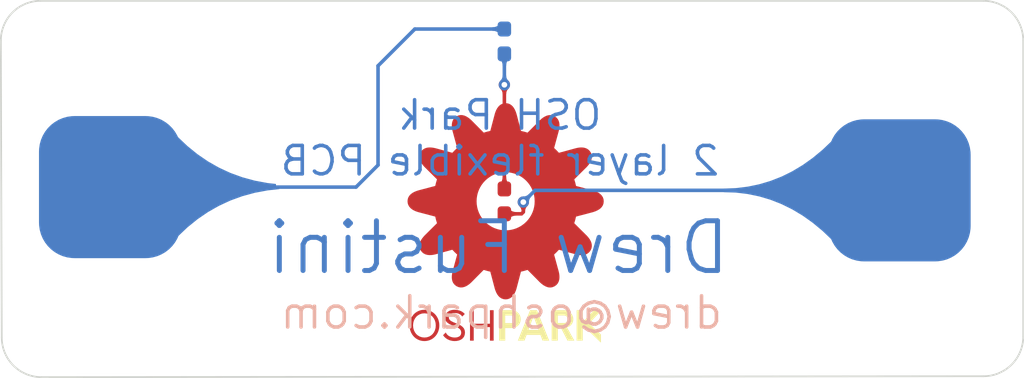
<source format=kicad_pcb>
(kicad_pcb (version 20171130) (host pcbnew 5.1.5-52549c5~84~ubuntu19.04.1)

  (general
    (thickness 1.6)
    (drawings 12)
    (tracks 15)
    (zones 0)
    (modules 5)
    (nets 4)
  )

  (page A4)
  (layers
    (0 F.Cu signal)
    (31 B.Cu signal)
    (32 B.Adhes user)
    (33 F.Adhes user)
    (34 B.Paste user)
    (35 F.Paste user)
    (36 B.SilkS user)
    (37 F.SilkS user)
    (38 B.Mask user hide)
    (39 F.Mask user)
    (40 Dwgs.User user)
    (41 Cmts.User user)
    (42 Eco1.User user)
    (43 Eco2.User user)
    (44 Edge.Cuts user)
    (45 Margin user)
    (46 B.CrtYd user)
    (47 F.CrtYd user)
    (48 B.Fab user)
    (49 F.Fab user)
  )

  (setup
    (last_trace_width 0.25)
    (trace_clearance 0.2)
    (zone_clearance 0.508)
    (zone_45_only no)
    (trace_min 0.2)
    (via_size 0.8)
    (via_drill 0.4)
    (via_min_size 0.4)
    (via_min_drill 0.3)
    (uvia_size 0.3)
    (uvia_drill 0.1)
    (uvias_allowed no)
    (uvia_min_size 0.2)
    (uvia_min_drill 0.1)
    (edge_width 0.05)
    (segment_width 0.2)
    (pcb_text_width 0.3)
    (pcb_text_size 1.5 1.5)
    (mod_edge_width 0.12)
    (mod_text_size 1 1)
    (mod_text_width 0.15)
    (pad_size 1.524 1.524)
    (pad_drill 0.762)
    (pad_to_mask_clearance 0.051)
    (solder_mask_min_width 0.25)
    (aux_axis_origin 0 0)
    (visible_elements FFFFFF7F)
    (pcbplotparams
      (layerselection 0x010fc_ffffffff)
      (usegerberextensions false)
      (usegerberattributes false)
      (usegerberadvancedattributes false)
      (creategerberjobfile false)
      (excludeedgelayer true)
      (linewidth 0.100000)
      (plotframeref false)
      (viasonmask false)
      (mode 1)
      (useauxorigin false)
      (hpglpennumber 1)
      (hpglpenspeed 20)
      (hpglpendiameter 15.000000)
      (psnegative false)
      (psa4output false)
      (plotreference true)
      (plotvalue true)
      (plotinvisibletext false)
      (padsonsilk false)
      (subtractmaskfromsilk false)
      (outputformat 1)
      (mirror false)
      (drillshape 1)
      (scaleselection 1)
      (outputdirectory ""))
  )

  (net 0 "")
  (net 1 GND)
  (net 2 "Net-(D1-Pad2)")
  (net 3 +3V3)

  (net_class Default "This is the default net class."
    (clearance 0.2)
    (trace_width 0.25)
    (via_dia 0.8)
    (via_drill 0.4)
    (uvia_dia 0.3)
    (uvia_drill 0.1)
    (add_net +3V3)
    (add_net GND)
    (add_net "Net-(D1-Pad2)")
  )

  (module touch:TestPoint_Pad_4.0x4.0mm (layer B.Cu) (tedit 5DF7CA08) (tstamp 5DF409A2)
    (at 181.2925 53.975)
    (descr "SMD rectangular pad as test Point, square 4.0mm side length")
    (tags "test point SMD pad rectangle square")
    (path /5DF4886B)
    (attr virtual)
    (fp_text reference J2 (at 0 2.898) (layer B.SilkS) hide
      (effects (font (size 1 1) (thickness 0.15)) (justify mirror))
    )
    (fp_text value Conn_01x01_Female (at 0 -3.1) (layer B.Fab)
      (effects (font (size 1 1) (thickness 0.15)) (justify mirror))
    )
    (fp_text user %R (at 0 2.9) (layer B.Fab)
      (effects (font (size 1 1) (thickness 0.15)) (justify mirror))
    )
    (fp_line (start -2.5 2.5) (end 2.5 2.5) (layer B.CrtYd) (width 0.05))
    (fp_line (start -2.5 2.5) (end -2.5 -2.5) (layer B.CrtYd) (width 0.05))
    (fp_line (start 2.5 -2.5) (end 2.5 2.5) (layer B.CrtYd) (width 0.05))
    (fp_line (start 2.5 -2.5) (end -2.5 -2.5) (layer B.CrtYd) (width 0.05))
    (pad 1 smd roundrect (at 0 0) (size 10 10) (layers B.Cu B.Mask) (roundrect_rratio 0.25)
      (net 1 GND))
  )

  (module touch:TestPoint_Pad_4.0x4.0mm (layer B.Cu) (tedit 5DF7C9E5) (tstamp 5DF40995)
    (at 125.73 53.7464)
    (descr "SMD rectangular pad as test Point, square 4.0mm side length")
    (tags "test point SMD pad rectangle square")
    (path /5DF48217)
    (attr virtual)
    (fp_text reference J1 (at 0 2.898) (layer B.SilkS) hide
      (effects (font (size 1 1) (thickness 0.15)) (justify mirror))
    )
    (fp_text value Conn_01x01_Female (at 0 -3.1) (layer B.Fab)
      (effects (font (size 1 1) (thickness 0.15)) (justify mirror))
    )
    (fp_line (start 2.5 -2.5) (end -2.5 -2.5) (layer B.CrtYd) (width 0.05))
    (fp_line (start 2.5 -2.5) (end 2.5 2.5) (layer B.CrtYd) (width 0.05))
    (fp_line (start -2.5 2.5) (end -2.5 -2.5) (layer B.CrtYd) (width 0.05))
    (fp_line (start -2.5 2.5) (end 2.5 2.5) (layer B.CrtYd) (width 0.05))
    (fp_text user %R (at 0 2.9) (layer B.Fab)
      (effects (font (size 1 1) (thickness 0.15)) (justify mirror))
    )
    (pad 1 smd roundrect (at 0 0) (size 10 10) (layers B.Cu B.Mask) (roundrect_rratio 0.25)
      (net 3 +3V3))
  )

  (module Resistor_SMD:R_0603_1608Metric_Pad1.05x0.95mm_HandSolder (layer B.Cu) (tedit 5DF7C9BB) (tstamp 5DF3FEFD)
    (at 153.4795 43.4975 90)
    (descr "Resistor SMD 0603 (1608 Metric), square (rectangular) end terminal, IPC_7351 nominal with elongated pad for handsoldering. (Body size source: http://www.tortai-tech.com/upload/download/2011102023233369053.pdf), generated with kicad-footprint-generator")
    (tags "resistor handsolder")
    (path /5DF4085C)
    (attr smd)
    (fp_text reference R1 (at 0 1.43 270) (layer B.SilkS) hide
      (effects (font (size 1 1) (thickness 0.15)) (justify mirror))
    )
    (fp_text value R (at 0 -1.43 270) (layer B.Fab)
      (effects (font (size 1 1) (thickness 0.15)) (justify mirror))
    )
    (fp_line (start -0.8 -0.4) (end -0.8 0.4) (layer B.Fab) (width 0.1))
    (fp_line (start -0.8 0.4) (end 0.8 0.4) (layer B.Fab) (width 0.1))
    (fp_line (start 0.8 0.4) (end 0.8 -0.4) (layer B.Fab) (width 0.1))
    (fp_line (start 0.8 -0.4) (end -0.8 -0.4) (layer B.Fab) (width 0.1))
    (fp_line (start -1.65 -0.73) (end -1.65 0.73) (layer B.CrtYd) (width 0.05))
    (fp_line (start -1.65 0.73) (end 1.65 0.73) (layer B.CrtYd) (width 0.05))
    (fp_line (start 1.65 0.73) (end 1.65 -0.73) (layer B.CrtYd) (width 0.05))
    (fp_line (start 1.65 -0.73) (end -1.65 -0.73) (layer B.CrtYd) (width 0.05))
    (fp_text user %R (at 0 0 270) (layer B.Fab) hide
      (effects (font (size 0.4 0.4) (thickness 0.06)) (justify mirror))
    )
    (pad 1 smd roundrect (at -0.875 0 90) (size 1.05 0.95) (layers B.Cu B.Paste B.Mask) (roundrect_rratio 0.25)
      (net 2 "Net-(D1-Pad2)"))
    (pad 2 smd roundrect (at 0.875 0 90) (size 1.05 0.95) (layers B.Cu B.Paste B.Mask) (roundrect_rratio 0.25)
      (net 3 +3V3))
    (model ${KISYS3DMOD}/Resistor_SMD.3dshapes/R_0603_1608Metric.wrl
      (at (xyz 0 0 0))
      (scale (xyz 1 1 1))
      (rotate (xyz 0 0 0))
    )
  )

  (module LED_SMD:LED_0603_1608Metric_Pad1.05x0.95mm_HandSolder (layer F.Cu) (tedit 5DF7C974) (tstamp 5DF3FC46)
    (at 153.4795 54.751 90)
    (descr "LED SMD 0603 (1608 Metric), square (rectangular) end terminal, IPC_7351 nominal, (Body size source: http://www.tortai-tech.com/upload/download/2011102023233369053.pdf), generated with kicad-footprint-generator")
    (tags "LED handsolder")
    (path /5DF40B3F)
    (attr smd)
    (fp_text reference D1 (at 0.014 -1.43 90) (layer F.SilkS) hide
      (effects (font (size 1 1) (thickness 0.15)))
    )
    (fp_text value LED (at 0 1.43 90) (layer F.Fab) hide
      (effects (font (size 1 1) (thickness 0.15)))
    )
    (fp_line (start 0.8 -0.4) (end -0.5 -0.4) (layer F.Fab) (width 0.1))
    (fp_line (start -0.5 -0.4) (end -0.8 -0.1) (layer F.Fab) (width 0.1))
    (fp_line (start -0.8 -0.1) (end -0.8 0.4) (layer F.Fab) (width 0.1))
    (fp_line (start -0.8 0.4) (end 0.8 0.4) (layer F.Fab) (width 0.1))
    (fp_line (start 0.8 0.4) (end 0.8 -0.4) (layer F.Fab) (width 0.1))
    (fp_line (start -1.65 0.73) (end -1.65 -0.73) (layer F.CrtYd) (width 0.05))
    (fp_line (start -1.65 -0.73) (end 1.65 -0.73) (layer F.CrtYd) (width 0.05))
    (fp_line (start 1.65 -0.73) (end 1.65 0.73) (layer F.CrtYd) (width 0.05))
    (fp_line (start 1.65 0.73) (end -1.65 0.73) (layer F.CrtYd) (width 0.05))
    (pad 1 smd roundrect (at -0.875 0 90) (size 1.05 0.95) (layers F.Cu F.Paste F.Mask) (roundrect_rratio 0.25)
      (net 1 GND))
    (pad 2 smd roundrect (at 0.875 0 90) (size 1.05 0.95) (layers F.Cu F.Paste F.Mask) (roundrect_rratio 0.25)
      (net 2 "Net-(D1-Pad2)"))
    (model ${KISYS3DMOD}/LED_SMD.3dshapes/LED_0603_1608Metric.wrl
      (at (xyz 0 0 0))
      (scale (xyz 1 1 1))
      (rotate (xyz 0 0 0))
    )
  )

  (module afterdark:OSH_small_copper-mask (layer F.Cu) (tedit 5DF3FF89) (tstamp 5DF45F50)
    (at 153.5684 56.2864)
    (descr "Imported from OSHPARK.svg")
    (tags svg2mod)
    (attr smd)
    (fp_text reference OSH_small (at 0 -11.457835) (layer F.Cu) hide
      (effects (font (size 1.524 1.524) (thickness 0.3048)))
    )
    (fp_text value G*** (at 0 11.457835) (layer F.Cu) hide
      (effects (font (size 1.524 1.524) (thickness 0.3048)))
    )
    (fp_poly (pts (xy -5.71389 8.295375) (xy -5.71389 8.046425) (xy -5.88469 8.029425) (xy -6.03947 7.980425)
      (xy -6.17614 7.902625) (xy -6.29262 7.799265) (xy -6.38682 7.673515) (xy -6.45672 7.528545)
      (xy -6.50022 7.367545) (xy -6.51512 7.193705) (xy -6.50022 7.019865) (xy -6.45672 6.858865)
      (xy -6.38682 6.713895) (xy -6.29262 6.588145) (xy -6.17614 6.484785) (xy -6.03947 6.406985)
      (xy -5.88469 6.357985) (xy -5.71389 6.340985) (xy -5.54238 6.357985) (xy -5.38754 6.406985)
      (xy -5.25128 6.484785) (xy -5.13551 6.588145) (xy -5.04211 6.713895) (xy -4.97301 6.858865)
      (xy -4.93021 7.019865) (xy -4.91551 7.193705) (xy -4.93021 7.367545) (xy -4.97301 7.528545)
      (xy -5.04211 7.673515) (xy -5.13551 7.799265) (xy -5.25128 7.902625) (xy -5.38754 7.980425)
      (xy -5.54238 8.029425) (xy -5.71389 8.046425) (xy -5.71389 8.295375) (xy -5.60215 8.289375)
      (xy -5.49471 8.272675) (xy -5.39197 8.245575) (xy -5.29437 8.208575) (xy -5.20217 8.162275)
      (xy -5.11587 8.107175) (xy -5.03597 8.043775) (xy -4.96277 7.972775) (xy -4.89667 7.894575)
      (xy -4.83807 7.809775) (xy -4.78737 7.718975) (xy -4.74497 7.622675) (xy -4.71127 7.521405)
      (xy -4.68667 7.415745) (xy -4.67167 7.306225) (xy -4.66667 7.193415) (xy -4.67167 7.080595)
      (xy -4.68667 6.971085) (xy -4.71127 6.865415) (xy -4.74497 6.764145) (xy -4.78737 6.667845)
      (xy -4.83807 6.577045) (xy -4.89667 6.492245) (xy -4.96277 6.414045) (xy -5.03597 6.342945)
      (xy -5.11587 6.279545) (xy -5.20217 6.224445) (xy -5.29437 6.178145) (xy -5.39197 6.141145)
      (xy -5.49471 6.114045) (xy -5.60215 6.097345) (xy -5.71389 6.091345) (xy -5.82609 6.097345)
      (xy -5.93388 6.114045) (xy -6.03687 6.141145) (xy -6.13467 6.178145) (xy -6.22687 6.224445)
      (xy -6.31307 6.279545) (xy -6.39297 6.342945) (xy -6.46607 6.414045) (xy -6.53207 6.492245)
      (xy -6.59047 6.577045) (xy -6.64097 6.667845) (xy -6.68317 6.764145) (xy -6.71667 6.865415)
      (xy -6.74107 6.971085) (xy -6.75597 7.080595) (xy -6.76097 7.193415) (xy -6.75597 7.306225)
      (xy -6.74107 7.415745) (xy -6.71667 7.521405) (xy -6.68317 7.622675) (xy -6.64097 7.718975)
      (xy -6.59047 7.809775) (xy -6.53207 7.894575) (xy -6.46607 7.972775) (xy -6.39297 8.043775)
      (xy -6.31307 8.107175) (xy -6.22687 8.162275) (xy -6.13467 8.208575) (xy -6.03687 8.245575)
      (xy -5.93388 8.272675) (xy -5.82609 8.289375) (xy -5.71389 8.295375)) (layer F.Mask) (width 0))
    (fp_poly (pts (xy -1.10433 6.120635) (xy -1.10433 7.076375) (xy -2.24607 7.076375) (xy -2.24607 6.120635)
      (xy -2.50646 6.120635) (xy -2.50646 8.266755) (xy -2.24607 8.266755) (xy -2.24607 7.311015)
      (xy -1.10433 7.311015) (xy -1.10433 8.266755) (xy -0.84394 8.266755) (xy -0.84394 6.120635)
      (xy -1.10433 6.120635)) (layer F.Mask) (width 0))
    (fp_poly (pts (xy -3.5907 8.295375) (xy -3.44187 8.286375) (xy -3.30406 8.258975) (xy -3.18001 8.212975)
      (xy -3.07241 8.147975) (xy -2.98401 8.063675) (xy -2.91751 7.959725) (xy -2.87561 7.835805)
      (xy -2.86101 7.691555) (xy -2.87691 7.552235) (xy -2.92141 7.434915) (xy -2.98981 7.336615)
      (xy -3.07751 7.254415) (xy -3.17982 7.185415) (xy -3.29208 7.126615) (xy -3.52784 7.027715)
      (xy -3.70664 6.955515) (xy -3.85727 6.872815) (xy -3.91627 6.823915) (xy -3.96127 6.768115)
      (xy -3.98997 6.703915) (xy -4.00007 6.629915) (xy -3.99207 6.554915) (xy -3.96807 6.490615)
      (xy -3.93017 6.436915) (xy -3.88027 6.393515) (xy -3.82017 6.360115) (xy -3.75177 6.336615)
      (xy -3.67677 6.322615) (xy -3.59697 6.317615) (xy -3.50107 6.322615) (xy -3.41297 6.336315)
      (xy -3.33277 6.358215) (xy -3.26037 6.387715) (xy -3.19597 6.424015) (xy -3.13947 6.466415)
      (xy -3.05047 6.566885) (xy -2.87592 6.389475) (xy -2.93462 6.327375) (xy -3.00322 6.270575)
      (xy -3.08132 6.219875) (xy -3.16862 6.176275) (xy -3.26472 6.140775) (xy -3.36936 6.114275)
      (xy -3.48217 6.097675) (xy -3.60284 6.091675) (xy -3.73476 6.100675) (xy -3.85823 6.127675)
      (xy -3.97043 6.172275) (xy -4.06853 6.234275) (xy -4.14973 6.313275) (xy -4.21123 6.408975)
      (xy -4.25023 6.521165) (xy -4.26383 6.649475) (xy -4.24983 6.769025) (xy -4.21043 6.869725)
      (xy -4.14943 6.954225) (xy -4.07063 7.025125) (xy -3.97793 7.085025) (xy -3.87509 7.136525)
      (xy -3.6543 7.224725) (xy -3.4565 7.304325) (xy -3.3666 7.348925) (xy -3.2866 7.399625)
      (xy -3.2195 7.458525) (xy -3.1682 7.527725) (xy -3.1357 7.609325) (xy -3.1249 7.705425)
      (xy -3.1349 7.789025) (xy -3.1618 7.860025) (xy -3.2038 7.918825) (xy -3.2593 7.965825)
      (xy -3.3266 8.001625) (xy -3.404 8.026625) (xy -3.4899 8.041225) (xy -3.5826 8.046225)
      (xy -3.69075 8.039225) (xy -3.79323 8.020125) (xy -3.88863 7.989225) (xy -3.97563 7.947425)
      (xy -4.05283 7.895625) (xy -4.11893 7.834625) (xy -4.17243 7.765125) (xy -4.21203 7.688125)
      (xy -4.40088 7.879845) (xy -4.33778 7.967545) (xy -4.26108 8.047345) (xy -4.17208 8.118045)
      (xy -4.07218 8.178545) (xy -3.96276 8.227645) (xy -3.84518 8.264145) (xy -3.72084 8.286945)
      (xy -3.59109 8.294945) (xy -3.5907 8.295375)) (layer F.Mask) (width 0))
    (fp_poly (pts (xy 0.00118 -8.409695) (xy 0.00043 -3.623025) (xy 0.21316 -3.612325) (xy 0.41974 -3.580825)
      (xy 0.61914 -3.529525) (xy 0.81031 -3.459525) (xy 0.99219 -3.371925) (xy 1.16375 -3.267695)
      (xy 1.32394 -3.147905) (xy 1.4717 -3.013605) (xy 1.606 -2.865845) (xy 1.72579 -2.705655)
      (xy 1.83001 -2.534105) (xy 1.91761 -2.352215) (xy 1.98761 -2.161055) (xy 2.03891 -1.961655)
      (xy 2.07041 -1.755065) (xy 2.08111 -1.542335) (xy 2.07041 -1.329495) (xy 2.03891 -1.122805)
      (xy 1.98771 -0.923315) (xy 1.91781 -0.732055) (xy 1.83021 -0.550075) (xy 1.726 -0.378435)
      (xy 1.60622 -0.218175) (xy 1.47192 -0.070335) (xy 1.32415 0.064025) (xy 1.16396 0.183875)
      (xy 0.99238 0.288155) (xy 0.81047 0.375855) (xy 0.61928 0.445855) (xy 0.41984 0.497155)
      (xy 0.21321 0.528655) (xy 0.00043 0.539455) (xy -0.21235 0.528655) (xy -0.41897 0.497155)
      (xy -0.6184 0.445855) (xy -0.80958 0.375855) (xy -0.99147 0.288155) (xy -1.16302 0.183875)
      (xy -1.3232 0.064025) (xy -1.47095 -0.070335) (xy -1.60524 -0.218175) (xy -1.72501 -0.378435)
      (xy -1.82922 -0.550075) (xy -1.91682 -0.732055) (xy -1.98682 -0.923315) (xy -2.03812 -1.122805)
      (xy -2.06962 -1.329495) (xy -2.08032 -1.542335) (xy -2.06962 -1.755065) (xy -2.03812 -1.961655)
      (xy -1.98682 -2.161055) (xy -1.91682 -2.352215) (xy -1.82922 -2.534105) (xy -1.72501 -2.705655)
      (xy -1.60524 -2.865845) (xy -1.47095 -3.013605) (xy -1.3232 -3.147905) (xy -1.16302 -3.267695)
      (xy -0.99147 -3.371925) (xy -0.80958 -3.459525) (xy -0.6184 -3.529525) (xy -0.41897 -3.580825)
      (xy -0.21235 -3.612325) (xy 0.00043 -3.623025) (xy 0.00118 -8.409695) (xy -0.14129 -8.393995)
      (xy -0.2674 -8.349495) (xy -0.378 -8.279795) (xy -0.4739 -8.188495) (xy -0.556 -8.079355)
      (xy -0.6251 -7.956025) (xy -0.6821 -7.822195) (xy -0.7278 -7.681515) (xy -1.04856 -6.462625)
      (xy -1.30304 -6.403425) (xy -1.55293 -6.331225) (xy -2.43795 -7.223815) (xy -2.5541 -7.325575)
      (xy -2.67331 -7.414275) (xy -2.79523 -7.486675) (xy -2.91953 -7.539575) (xy -3.04586 -7.569675)
      (xy -3.17388 -7.573675) (xy -3.30323 -7.548275) (xy -3.43358 -7.490275) (xy -3.54913 -7.405275)
      (xy -3.63603 -7.303485) (xy -3.69693 -7.187695) (xy -3.73433 -7.060655) (xy -3.75073 -6.925095)
      (xy -3.74873 -6.783755) (xy -3.73103 -6.639375) (xy -3.70003 -6.494705) (xy -3.36893 -5.282225)
      (xy -3.55878 -5.102185) (xy -3.73879 -4.912505) (xy -4.95156 -5.242875) (xy -5.10317 -5.273475)
      (xy -5.25088 -5.290975) (xy -5.39277 -5.292975) (xy -5.5269 -5.276575) (xy -5.65135 -5.239375)
      (xy -5.76419 -5.178675) (xy -5.86349 -5.091975) (xy -5.94729 -4.976645) (xy -6.00489 -4.845335)
      (xy -6.02929 -4.713775) (xy -6.02429 -4.583095) (xy -5.99309 -4.454385) (xy -5.93949 -4.328745)
      (xy -5.86709 -4.207285) (xy -5.77959 -4.091105) (xy -5.68049 -3.981305) (xy -4.78848 -3.096875)
      (xy -4.86248 -2.846755) (xy -4.92388 -2.591195) (xy -6.13913 -2.271315) (xy -6.28557 -2.221815)
      (xy -6.42211 -2.163015) (xy -6.54579 -2.093715) (xy -6.65364 -2.012515) (xy -6.74264 -1.918115)
      (xy -6.80994 -1.809295) (xy -6.85244 -1.684715) (xy -6.86724 -1.543065) (xy -6.85154 -1.400675)
      (xy -6.80704 -1.274595) (xy -6.73724 -1.163985) (xy -6.64594 -1.068085) (xy -6.5368 -0.985985)
      (xy -6.41347 -0.916885) (xy -6.27964 -0.859985) (xy -6.13897 -0.814385) (xy -4.92372 -0.494365)
      (xy -4.86232 -0.239235) (xy -4.78842 0.010885) (xy -5.68043 0.895605) (xy -5.78261 1.011585)
      (xy -5.87161 1.130695) (xy -5.94411 1.252585) (xy -5.99701 1.376885) (xy -6.02701 1.503265)
      (xy -6.03101 1.631355) (xy -6.00551 1.760795) (xy -5.94741 1.891235) (xy -5.86251 2.006695)
      (xy -5.76079 2.093495) (xy -5.64502 2.154295) (xy -5.51794 2.191595) (xy -5.38232 2.207995)
      (xy -5.24091 2.205995) (xy -5.09648 2.188395) (xy -4.95178 2.157595) (xy -3.73916 1.826495)
      (xy -3.55915 2.015885) (xy -3.36929 2.196065) (xy -3.70039 3.409125) (xy -3.73109 3.560565)
      (xy -3.74869 3.708175) (xy -3.75069 3.850005) (xy -3.73429 3.984105) (xy -3.69709 4.108515)
      (xy -3.63639 4.221295) (xy -3.54959 4.320495) (xy -3.43416 4.404195) (xy -3.30285 4.461895)
      (xy -3.17132 4.486395) (xy -3.04066 4.481395) (xy -2.91197 4.450195) (xy -2.78636 4.396595)
      (xy -2.66492 4.324295) (xy -2.54876 4.236795) (xy -2.43897 4.137795) (xy -1.55409 3.245195)
      (xy -1.30401 3.319295) (xy -1.0487 3.380995) (xy -0.72882 4.596245) (xy -0.67942 4.742405)
      (xy -0.62072 4.878745) (xy -0.55142 5.002265) (xy -0.47012 5.110005) (xy -0.37562 5.199005)
      (xy -0.26663 5.266305) (xy -0.14183 5.308805) (xy 0.0001 5.323605) (xy 0.1423 5.307905)
      (xy 0.26821 5.263405) (xy 0.37868 5.193705) (xy 0.47448 5.102505) (xy 0.55658 4.993495)
      (xy 0.62568 4.870315) (xy 0.68268 4.736655) (xy 0.72838 4.596185) (xy 1.04825 3.380645)
      (xy 1.30343 3.319445) (xy 1.55379 3.245445) (xy 2.43852 4.137905) (xy 2.55442 4.240085)
      (xy 2.67348 4.329085) (xy 2.79535 4.401685) (xy 2.91965 4.454585) (xy 3.04602 4.484585)
      (xy 3.17409 4.488585) (xy 3.30349 4.462985) (xy 3.43386 4.404785) (xy 3.5493 4.319985)
      (xy 3.6361 4.218365) (xy 3.6969 4.102685) (xy 3.7342 3.975695) (xy 3.7507 3.840155)
      (xy 3.7487 3.698805) (xy 3.7312 3.554415) (xy 3.7006 3.409725) (xy 3.36921 2.196675)
      (xy 3.55866 2.016495) (xy 3.73849 1.827095) (xy 4.95155 2.158195) (xy 5.10316 2.188595)
      (xy 5.25086 2.205995) (xy 5.39274 2.207995) (xy 5.52685 2.191495) (xy 5.65126 2.154195)
      (xy 5.76405 2.093495) (xy 5.86325 2.006695) (xy 5.94695 1.891265) (xy 6.00455 1.759975)
      (xy 6.02895 1.628485) (xy 6.02395 1.497875) (xy 5.99275 1.369255) (xy 5.93915 1.243685)
      (xy 5.86685 1.122265) (xy 5.77935 1.006085) (xy 5.68035 0.896225) (xy 4.78804 0.011495)
      (xy 4.86214 -0.238625) (xy 4.92344 -0.493755) (xy 6.13868 -0.813785) (xy 6.28522 -0.863185)
      (xy 6.42183 -0.921885) (xy 6.54556 -0.991285) (xy 6.65344 -1.072585) (xy 6.74254 -1.167085)
      (xy 6.80984 -1.276075) (xy 6.85244 -1.400845) (xy 6.86724 -1.542705) (xy 6.85194 -1.684715)
      (xy 6.80764 -1.810495) (xy 6.73804 -1.920855) (xy 6.64694 -2.016655) (xy 6.53789 -2.098655)
      (xy 6.41461 -2.167755) (xy 6.2808 -2.224755) (xy 6.14013 -2.270455) (xy 4.92488 -2.590335)
      (xy 4.86358 -2.845855) (xy 4.78948 -3.095735) (xy 5.68179 -3.980895) (xy 5.78395 -4.096695)
      (xy 5.87285 -4.215675) (xy 5.94535 -4.337485) (xy 5.99815 -4.461745) (xy 6.02805 -4.588095)
      (xy 6.03205 -4.716185) (xy 6.00655 -4.845635) (xy 5.94845 -4.976085) (xy 5.86365 -5.091375)
      (xy 5.76206 -5.178075) (xy 5.64641 -5.238875) (xy 5.51943 -5.276175) (xy 5.38387 -5.292675)
      (xy 5.24246 -5.290675) (xy 5.09796 -5.273075) (xy 4.9531 -5.242275) (xy 3.74019 -4.911755)
      (xy 3.5604 -5.101105) (xy 3.3712 -5.281035) (xy 3.70215 -6.493945) (xy 3.73265 -6.645465)
      (xy 3.75005 -6.793085) (xy 3.75205 -6.934915) (xy 3.73565 -7.069005) (xy 3.69835 -7.193445)
      (xy 3.63755 -7.306295) (xy 3.55075 -7.405695) (xy 3.43522 -7.489595) (xy 3.30408 -7.547095)
      (xy 3.17265 -7.571395) (xy 3.04204 -7.566395) (xy 2.91335 -7.535095) (xy 2.78769 -7.481395)
      (xy 2.66618 -7.408995) (xy 2.54992 -7.321595) (xy 2.44003 -7.222795) (xy 1.55545 -6.330485)
      (xy 1.30598 -6.402785) (xy 1.05107 -6.462485) (xy 0.73018 -7.681375) (xy 0.68058 -7.827915)
      (xy 0.62168 -7.964525) (xy 0.55228 -8.088255) (xy 0.47098 -8.196135) (xy 0.37658 -8.285235)
      (xy 0.2677 -8.352535) (xy 0.14304 -8.395035) (xy 0.0013 -8.409835) (xy 0.00118 -8.409695)) (layer F.Mask) (width 0.073847))
    (fp_poly (pts (xy 6.76111 6.120635) (xy 6.20884 6.120635) (xy 5.42765 6.959055) (xy 5.42765 6.120635)
      (xy 4.99557 6.120635) (xy 4.99557 8.266755) (xy 5.42765 8.266755) (xy 5.42765 7.193695)
      (xy 6.7096 8.409835) (xy 6.7096 7.831805) (xy 5.87118 7.056345) (xy 6.76111 6.120635)) (layer F.SilkS) (width 0))
    (fp_poly (pts (xy 4.31659 7.328185) (xy 4.11009 7.022185) (xy 3.67228 7.022185) (xy 3.67228 6.495675)
      (xy 4.11009 6.495675) (xy 4.16319 6.500675) (xy 4.21239 6.515675) (xy 4.25669 6.539575)
      (xy 4.29509 6.571375) (xy 4.32669 6.610075) (xy 4.35039 6.654875) (xy 4.36539 6.704775)
      (xy 4.37039 6.758775) (xy 4.36539 6.812775) (xy 4.35069 6.862675) (xy 4.32729 6.907475)
      (xy 4.29609 6.946175) (xy 4.25789 6.977975) (xy 4.21359 7.001875) (xy 4.16399 7.016875)
      (xy 4.11009 7.021875) (xy 4.11009 7.022185) (xy 4.31659 7.328185) (xy 4.41049 7.296585)
      (xy 4.49619 7.251785) (xy 4.57229 7.194785) (xy 4.63749 7.126585) (xy 4.69049 7.048185)
      (xy 4.72989 6.960585) (xy 4.75449 6.864785) (xy 4.76249 6.761805) (xy 4.74979 6.631575)
      (xy 4.71319 6.510755) (xy 4.65509 6.401815) (xy 4.57799 6.307215) (xy 4.48419 6.229415)
      (xy 4.37621 6.170715) (xy 4.25643 6.133715) (xy 4.12726 6.120815) (xy 3.2402 6.120815)
      (xy 3.2402 8.266935) (xy 3.67228 8.266935) (xy 3.67228 7.356985) (xy 3.88403 7.356985)
      (xy 4.35332 8.266935) (xy 4.83691 8.266935) (xy 4.31612 7.328365) (xy 4.31659 7.328185)) (layer F.SilkS) (width 0))
    (fp_poly (pts (xy 2.59844 8.266755) (xy 1.96319 6.558445) (xy 2.31515 7.505595) (xy 1.60836 7.505595)
      (xy 1.96319 6.558445) (xy 2.59844 8.266755) (xy 3.06487 8.266755) (xy 2.20355 6.120635)
      (xy 1.71996 6.120635) (xy 0.85865 8.266755) (xy 1.32508 8.266755) (xy 1.47674 7.860425)
      (xy 2.44678 7.860425) (xy 2.59844 8.266755)) (layer F.SilkS) (width 0))
    (fp_poly (pts (xy 0.00118 -8.409695) (xy 0.00043 -3.623025) (xy 0.21316 -3.612325) (xy 0.41974 -3.580825)
      (xy 0.61914 -3.529525) (xy 0.81031 -3.459525) (xy 0.99219 -3.371925) (xy 1.16375 -3.267695)
      (xy 1.32394 -3.147905) (xy 1.4717 -3.013605) (xy 1.606 -2.865845) (xy 1.72579 -2.705655)
      (xy 1.83001 -2.534105) (xy 1.91761 -2.352215) (xy 1.98761 -2.161055) (xy 2.03891 -1.961655)
      (xy 2.07041 -1.755065) (xy 2.08111 -1.542335) (xy 2.07041 -1.329495) (xy 2.03891 -1.122805)
      (xy 1.98771 -0.923315) (xy 1.91781 -0.732055) (xy 1.83021 -0.550075) (xy 1.726 -0.378435)
      (xy 1.60622 -0.218175) (xy 1.47192 -0.070335) (xy 1.32415 0.064025) (xy 1.16396 0.183875)
      (xy 0.99238 0.288155) (xy 0.81047 0.375855) (xy 0.61928 0.445855) (xy 0.41984 0.497155)
      (xy 0.21321 0.528655) (xy 0.00043 0.539455) (xy -0.21235 0.528655) (xy -0.41897 0.497155)
      (xy -0.6184 0.445855) (xy -0.80958 0.375855) (xy -0.99147 0.288155) (xy -1.16302 0.183875)
      (xy -1.3232 0.064025) (xy -1.47095 -0.070335) (xy -1.60524 -0.218175) (xy -1.72501 -0.378435)
      (xy -1.82922 -0.550075) (xy -1.91682 -0.732055) (xy -1.98682 -0.923315) (xy -2.03812 -1.122805)
      (xy -2.06962 -1.329495) (xy -2.08032 -1.542335) (xy -2.06962 -1.755065) (xy -2.03812 -1.961655)
      (xy -1.98682 -2.161055) (xy -1.91682 -2.352215) (xy -1.82922 -2.534105) (xy -1.72501 -2.705655)
      (xy -1.60524 -2.865845) (xy -1.47095 -3.013605) (xy -1.3232 -3.147905) (xy -1.16302 -3.267695)
      (xy -0.99147 -3.371925) (xy -0.80958 -3.459525) (xy -0.6184 -3.529525) (xy -0.41897 -3.580825)
      (xy -0.21235 -3.612325) (xy 0.00043 -3.623025) (xy 0.00118 -8.409695) (xy -0.14129 -8.393995)
      (xy -0.2674 -8.349495) (xy -0.378 -8.279795) (xy -0.4739 -8.188495) (xy -0.556 -8.079355)
      (xy -0.6251 -7.956025) (xy -0.6821 -7.822195) (xy -0.7278 -7.681515) (xy -1.04856 -6.462625)
      (xy -1.30304 -6.403425) (xy -1.55293 -6.331225) (xy -2.43795 -7.223815) (xy -2.5541 -7.325575)
      (xy -2.67331 -7.414275) (xy -2.79523 -7.486675) (xy -2.91953 -7.539575) (xy -3.04586 -7.569675)
      (xy -3.17388 -7.573675) (xy -3.30323 -7.548275) (xy -3.43358 -7.490275) (xy -3.54913 -7.405275)
      (xy -3.63603 -7.303485) (xy -3.69693 -7.187695) (xy -3.73433 -7.060655) (xy -3.75073 -6.925095)
      (xy -3.74873 -6.783755) (xy -3.73103 -6.639375) (xy -3.70003 -6.494705) (xy -3.36893 -5.282225)
      (xy -3.55878 -5.102185) (xy -3.73879 -4.912505) (xy -4.95156 -5.242875) (xy -5.10317 -5.273475)
      (xy -5.25088 -5.290975) (xy -5.39277 -5.292975) (xy -5.5269 -5.276575) (xy -5.65135 -5.239375)
      (xy -5.76419 -5.178675) (xy -5.86349 -5.091975) (xy -5.94729 -4.976645) (xy -6.00489 -4.845335)
      (xy -6.02929 -4.713775) (xy -6.02429 -4.583095) (xy -5.99309 -4.454385) (xy -5.93949 -4.328745)
      (xy -5.86709 -4.207285) (xy -5.77959 -4.091105) (xy -5.68049 -3.981305) (xy -4.78848 -3.096875)
      (xy -4.86248 -2.846755) (xy -4.92388 -2.591195) (xy -6.13913 -2.271315) (xy -6.28557 -2.221815)
      (xy -6.42211 -2.163015) (xy -6.54579 -2.093715) (xy -6.65364 -2.012515) (xy -6.74264 -1.918115)
      (xy -6.80994 -1.809295) (xy -6.85244 -1.684715) (xy -6.86724 -1.543065) (xy -6.85154 -1.400675)
      (xy -6.80704 -1.274595) (xy -6.73724 -1.163985) (xy -6.64594 -1.068085) (xy -6.5368 -0.985985)
      (xy -6.41347 -0.916885) (xy -6.27964 -0.859985) (xy -6.13897 -0.814385) (xy -4.92372 -0.494365)
      (xy -4.86232 -0.239235) (xy -4.78842 0.010885) (xy -5.68043 0.895605) (xy -5.78261 1.011585)
      (xy -5.87161 1.130695) (xy -5.94411 1.252585) (xy -5.99701 1.376885) (xy -6.02701 1.503265)
      (xy -6.03101 1.631355) (xy -6.00551 1.760795) (xy -5.94741 1.891235) (xy -5.86251 2.006695)
      (xy -5.76079 2.093495) (xy -5.64502 2.154295) (xy -5.51794 2.191595) (xy -5.38232 2.207995)
      (xy -5.24091 2.205995) (xy -5.09648 2.188395) (xy -4.95178 2.157595) (xy -3.73916 1.826495)
      (xy -3.55915 2.015885) (xy -3.36929 2.196065) (xy -3.70039 3.409125) (xy -3.73109 3.560565)
      (xy -3.74869 3.708175) (xy -3.75069 3.850005) (xy -3.73429 3.984105) (xy -3.69709 4.108515)
      (xy -3.63639 4.221295) (xy -3.54959 4.320495) (xy -3.43416 4.404195) (xy -3.30285 4.461895)
      (xy -3.17132 4.486395) (xy -3.04066 4.481395) (xy -2.91197 4.450195) (xy -2.78636 4.396595)
      (xy -2.66492 4.324295) (xy -2.54876 4.236795) (xy -2.43897 4.137795) (xy -1.55409 3.245195)
      (xy -1.30401 3.319295) (xy -1.0487 3.380995) (xy -0.72882 4.596245) (xy -0.67942 4.742405)
      (xy -0.62072 4.878745) (xy -0.55142 5.002265) (xy -0.47012 5.110005) (xy -0.37562 5.199005)
      (xy -0.26663 5.266305) (xy -0.14183 5.308805) (xy 0.0001 5.323605) (xy 0.1423 5.307905)
      (xy 0.26821 5.263405) (xy 0.37868 5.193705) (xy 0.47448 5.102505) (xy 0.55658 4.993495)
      (xy 0.62568 4.870315) (xy 0.68268 4.736655) (xy 0.72838 4.596185) (xy 1.04825 3.380645)
      (xy 1.30343 3.319445) (xy 1.55379 3.245445) (xy 2.43852 4.137905) (xy 2.55442 4.240085)
      (xy 2.67348 4.329085) (xy 2.79535 4.401685) (xy 2.91965 4.454585) (xy 3.04602 4.484585)
      (xy 3.17409 4.488585) (xy 3.30349 4.462985) (xy 3.43386 4.404785) (xy 3.5493 4.319985)
      (xy 3.6361 4.218365) (xy 3.6969 4.102685) (xy 3.7342 3.975695) (xy 3.7507 3.840155)
      (xy 3.7487 3.698805) (xy 3.7312 3.554415) (xy 3.7006 3.409725) (xy 3.36921 2.196675)
      (xy 3.55866 2.016495) (xy 3.73849 1.827095) (xy 4.95155 2.158195) (xy 5.10316 2.188595)
      (xy 5.25086 2.205995) (xy 5.39274 2.207995) (xy 5.52685 2.191495) (xy 5.65126 2.154195)
      (xy 5.76405 2.093495) (xy 5.86325 2.006695) (xy 5.94695 1.891265) (xy 6.00455 1.759975)
      (xy 6.02895 1.628485) (xy 6.02395 1.497875) (xy 5.99275 1.369255) (xy 5.93915 1.243685)
      (xy 5.86685 1.122265) (xy 5.77935 1.006085) (xy 5.68035 0.896225) (xy 4.78804 0.011495)
      (xy 4.86214 -0.238625) (xy 4.92344 -0.493755) (xy 6.13868 -0.813785) (xy 6.28522 -0.863185)
      (xy 6.42183 -0.921885) (xy 6.54556 -0.991285) (xy 6.65344 -1.072585) (xy 6.74254 -1.167085)
      (xy 6.80984 -1.276075) (xy 6.85244 -1.400845) (xy 6.86724 -1.542705) (xy 6.85194 -1.684715)
      (xy 6.80764 -1.810495) (xy 6.73804 -1.920855) (xy 6.64694 -2.016655) (xy 6.53789 -2.098655)
      (xy 6.41461 -2.167755) (xy 6.2808 -2.224755) (xy 6.14013 -2.270455) (xy 4.92488 -2.590335)
      (xy 4.86358 -2.845855) (xy 4.78948 -3.095735) (xy 5.68179 -3.980895) (xy 5.78395 -4.096695)
      (xy 5.87285 -4.215675) (xy 5.94535 -4.337485) (xy 5.99815 -4.461745) (xy 6.02805 -4.588095)
      (xy 6.03205 -4.716185) (xy 6.00655 -4.845635) (xy 5.94845 -4.976085) (xy 5.86365 -5.091375)
      (xy 5.76206 -5.178075) (xy 5.64641 -5.238875) (xy 5.51943 -5.276175) (xy 5.38387 -5.292675)
      (xy 5.24246 -5.290675) (xy 5.09796 -5.273075) (xy 4.9531 -5.242275) (xy 3.74019 -4.911755)
      (xy 3.5604 -5.101105) (xy 3.3712 -5.281035) (xy 3.70215 -6.493945) (xy 3.73265 -6.645465)
      (xy 3.75005 -6.793085) (xy 3.75205 -6.934915) (xy 3.73565 -7.069005) (xy 3.69835 -7.193445)
      (xy 3.63755 -7.306295) (xy 3.55075 -7.405695) (xy 3.43522 -7.489595) (xy 3.30408 -7.547095)
      (xy 3.17265 -7.571395) (xy 3.04204 -7.566395) (xy 2.91335 -7.535095) (xy 2.78769 -7.481395)
      (xy 2.66618 -7.408995) (xy 2.54992 -7.321595) (xy 2.44003 -7.222795) (xy 1.55545 -6.330485)
      (xy 1.30598 -6.402785) (xy 1.05107 -6.462485) (xy 0.73018 -7.681375) (xy 0.68058 -7.827915)
      (xy 0.62168 -7.964525) (xy 0.55228 -8.088255) (xy 0.47098 -8.196135) (xy 0.37658 -8.285235)
      (xy 0.2677 -8.352535) (xy 0.14304 -8.395035) (xy 0.0013 -8.409835) (xy 0.00118 -8.409695)) (layer F.Cu) (width 0.073847))
    (fp_poly (pts (xy 0.42791 6.120635) (xy -0.02711 6.495535) (xy 0.38781 6.495535) (xy 0.44521 6.500535)
      (xy 0.49851 6.515035) (xy 0.54661 6.538335) (xy 0.58851 6.569635) (xy 0.62301 6.608335)
      (xy 0.64901 6.653735) (xy 0.66541 6.705135) (xy 0.67141 6.761735) (xy 0.66541 6.820135)
      (xy 0.64901 6.872535) (xy 0.62301 6.918535) (xy 0.58851 6.957435) (xy 0.54661 6.988635)
      (xy 0.49851 7.011635) (xy 0.44521 7.025835) (xy 0.38781 7.030835) (xy 0.38781 7.030635)
      (xy -0.02711 7.030635) (xy -0.02711 6.495535) (xy 0.42791 6.120635) (xy -0.45915 6.120635)
      (xy -0.45915 8.266755) (xy -0.02707 8.266755) (xy -0.02707 7.382555) (xy 0.42791 7.382555)
      (xy 0.5579 7.370355) (xy 0.67807 7.335055) (xy 0.78609 7.278855) (xy 0.87969 7.203855)
      (xy 0.95649 7.112155) (xy 1.01419 7.006005) (xy 1.05049 6.887525) (xy 1.06309 6.758845)
      (xy 1.05049 6.630375) (xy 1.01419 6.510655) (xy 0.95649 6.402275) (xy 0.87969 6.307775)
      (xy 0.78609 6.229775) (xy 0.67807 6.170875) (xy 0.5579 6.133675) (xy 0.42791 6.120675)
      (xy 0.42791 6.120635)) (layer F.SilkS) (width 0))
    (fp_poly (pts (xy -1.10433 6.120635) (xy -1.10433 7.076375) (xy -2.24607 7.076375) (xy -2.24607 6.120635)
      (xy -2.50646 6.120635) (xy -2.50646 8.266755) (xy -2.24607 8.266755) (xy -2.24607 7.311015)
      (xy -1.10433 7.311015) (xy -1.10433 8.266755) (xy -0.84394 8.266755) (xy -0.84394 6.120635)
      (xy -1.10433 6.120635)) (layer F.Cu) (width 0))
    (fp_poly (pts (xy -3.5907 8.295375) (xy -3.44187 8.286375) (xy -3.30406 8.258975) (xy -3.18001 8.212975)
      (xy -3.07241 8.147975) (xy -2.98401 8.063675) (xy -2.91751 7.959725) (xy -2.87561 7.835805)
      (xy -2.86101 7.691555) (xy -2.87691 7.552235) (xy -2.92141 7.434915) (xy -2.98981 7.336615)
      (xy -3.07751 7.254415) (xy -3.17982 7.185415) (xy -3.29208 7.126615) (xy -3.52784 7.027715)
      (xy -3.70664 6.955515) (xy -3.85727 6.872815) (xy -3.91627 6.823915) (xy -3.96127 6.768115)
      (xy -3.98997 6.703915) (xy -4.00007 6.629915) (xy -3.99207 6.554915) (xy -3.96807 6.490615)
      (xy -3.93017 6.436915) (xy -3.88027 6.393515) (xy -3.82017 6.360115) (xy -3.75177 6.336615)
      (xy -3.67677 6.322615) (xy -3.59697 6.317615) (xy -3.50107 6.322615) (xy -3.41297 6.336315)
      (xy -3.33277 6.358215) (xy -3.26037 6.387715) (xy -3.19597 6.424015) (xy -3.13947 6.466415)
      (xy -3.05047 6.566885) (xy -2.87592 6.389475) (xy -2.93462 6.327375) (xy -3.00322 6.270575)
      (xy -3.08132 6.219875) (xy -3.16862 6.176275) (xy -3.26472 6.140775) (xy -3.36936 6.114275)
      (xy -3.48217 6.097675) (xy -3.60284 6.091675) (xy -3.73476 6.100675) (xy -3.85823 6.127675)
      (xy -3.97043 6.172275) (xy -4.06853 6.234275) (xy -4.14973 6.313275) (xy -4.21123 6.408975)
      (xy -4.25023 6.521165) (xy -4.26383 6.649475) (xy -4.24983 6.769025) (xy -4.21043 6.869725)
      (xy -4.14943 6.954225) (xy -4.07063 7.025125) (xy -3.97793 7.085025) (xy -3.87509 7.136525)
      (xy -3.6543 7.224725) (xy -3.4565 7.304325) (xy -3.3666 7.348925) (xy -3.2866 7.399625)
      (xy -3.2195 7.458525) (xy -3.1682 7.527725) (xy -3.1357 7.609325) (xy -3.1249 7.705425)
      (xy -3.1349 7.789025) (xy -3.1618 7.860025) (xy -3.2038 7.918825) (xy -3.2593 7.965825)
      (xy -3.3266 8.001625) (xy -3.404 8.026625) (xy -3.4899 8.041225) (xy -3.5826 8.046225)
      (xy -3.69075 8.039225) (xy -3.79323 8.020125) (xy -3.88863 7.989225) (xy -3.97563 7.947425)
      (xy -4.05283 7.895625) (xy -4.11893 7.834625) (xy -4.17243 7.765125) (xy -4.21203 7.688125)
      (xy -4.40088 7.879845) (xy -4.33778 7.967545) (xy -4.26108 8.047345) (xy -4.17208 8.118045)
      (xy -4.07218 8.178545) (xy -3.96276 8.227645) (xy -3.84518 8.264145) (xy -3.72084 8.286945)
      (xy -3.59109 8.294945) (xy -3.5907 8.295375)) (layer F.Cu) (width 0))
    (fp_poly (pts (xy -5.71389 8.295375) (xy -5.71389 8.046425) (xy -5.88469 8.029425) (xy -6.03947 7.980425)
      (xy -6.17614 7.902625) (xy -6.29262 7.799265) (xy -6.38682 7.673515) (xy -6.45672 7.528545)
      (xy -6.50022 7.367545) (xy -6.51512 7.193705) (xy -6.50022 7.019865) (xy -6.45672 6.858865)
      (xy -6.38682 6.713895) (xy -6.29262 6.588145) (xy -6.17614 6.484785) (xy -6.03947 6.406985)
      (xy -5.88469 6.357985) (xy -5.71389 6.340985) (xy -5.54238 6.357985) (xy -5.38754 6.406985)
      (xy -5.25128 6.484785) (xy -5.13551 6.588145) (xy -5.04211 6.713895) (xy -4.97301 6.858865)
      (xy -4.93021 7.019865) (xy -4.91551 7.193705) (xy -4.93021 7.367545) (xy -4.97301 7.528545)
      (xy -5.04211 7.673515) (xy -5.13551 7.799265) (xy -5.25128 7.902625) (xy -5.38754 7.980425)
      (xy -5.54238 8.029425) (xy -5.71389 8.046425) (xy -5.71389 8.295375) (xy -5.60215 8.289375)
      (xy -5.49471 8.272675) (xy -5.39197 8.245575) (xy -5.29437 8.208575) (xy -5.20217 8.162275)
      (xy -5.11587 8.107175) (xy -5.03597 8.043775) (xy -4.96277 7.972775) (xy -4.89667 7.894575)
      (xy -4.83807 7.809775) (xy -4.78737 7.718975) (xy -4.74497 7.622675) (xy -4.71127 7.521405)
      (xy -4.68667 7.415745) (xy -4.67167 7.306225) (xy -4.66667 7.193415) (xy -4.67167 7.080595)
      (xy -4.68667 6.971085) (xy -4.71127 6.865415) (xy -4.74497 6.764145) (xy -4.78737 6.667845)
      (xy -4.83807 6.577045) (xy -4.89667 6.492245) (xy -4.96277 6.414045) (xy -5.03597 6.342945)
      (xy -5.11587 6.279545) (xy -5.20217 6.224445) (xy -5.29437 6.178145) (xy -5.39197 6.141145)
      (xy -5.49471 6.114045) (xy -5.60215 6.097345) (xy -5.71389 6.091345) (xy -5.82609 6.097345)
      (xy -5.93388 6.114045) (xy -6.03687 6.141145) (xy -6.13467 6.178145) (xy -6.22687 6.224445)
      (xy -6.31307 6.279545) (xy -6.39297 6.342945) (xy -6.46607 6.414045) (xy -6.53207 6.492245)
      (xy -6.59047 6.577045) (xy -6.64097 6.667845) (xy -6.68317 6.764145) (xy -6.71667 6.865415)
      (xy -6.74107 6.971085) (xy -6.75597 7.080595) (xy -6.76097 7.193415) (xy -6.75597 7.306225)
      (xy -6.74107 7.415745) (xy -6.71667 7.521405) (xy -6.68317 7.622675) (xy -6.64097 7.718975)
      (xy -6.59047 7.809775) (xy -6.53207 7.894575) (xy -6.46607 7.972775) (xy -6.39297 8.043775)
      (xy -6.31307 8.107175) (xy -6.22687 8.162275) (xy -6.13467 8.208575) (xy -6.03687 8.245575)
      (xy -5.93388 8.272675) (xy -5.82609 8.289375) (xy -5.71389 8.295375)) (layer F.Cu) (width 0))
  )

  (gr_text "OSH Park\n2 layer flexible PCB" (at 153.162 50.292) (layer B.Cu) (tstamp 5DF05FE1)
    (effects (font (size 2 2) (thickness 0.25)) (justify mirror))
  )
  (gr_text "Drew Fustini" (at 153.0604 58.0136) (layer B.Cu) (tstamp 5DF8B13E)
    (effects (font (size 3.5 3.5) (thickness 0.35)) (justify mirror))
  )
  (gr_line (start 120.8405 40.64) (end 187.198 40.64) (layer Edge.Cuts) (width 0.12) (tstamp 5DF060A9))
  (gr_line (start 118.0465 43.434) (end 118.11 64.3255) (layer Edge.Cuts) (width 0.12) (tstamp 5DF060A8))
  (gr_line (start 187.198 67.056) (end 120.904 67.1195) (layer Edge.Cuts) (width 0.12) (tstamp 5DF060A5))
  (gr_arc (start 120.904 64.3255) (end 118.11 64.3255) (angle -90) (layer Edge.Cuts) (width 0.12) (tstamp 5DF0608F))
  (gr_arc (start 120.8405 43.434) (end 120.8405 40.64) (angle -90) (layer Edge.Cuts) (width 0.12) (tstamp 5DF06088))
  (gr_line (start 189.992 43.434) (end 189.992 64.262) (layer Edge.Cuts) (width 0.12) (tstamp 5DF06086))
  (gr_arc (start 187.198 43.434) (end 189.992 43.434) (angle -90) (layer Edge.Cuts) (width 0.12) (tstamp 5DF0607F))
  (gr_arc (start 187.198 64.262) (end 187.198 67.056) (angle -90) (layer Edge.Cuts) (width 0.12))
  (gr_text "Drew Fustini" (at 153.416 56.9468) (layer B.Mask) (tstamp 5DE9D316)
    (effects (font (size 3.5 3.5) (thickness 0.35)) (justify mirror))
  )
  (gr_text drew@oshpark.com (at 153.2636 62.5856) (layer B.SilkS) (tstamp 5DF0603A)
    (effects (font (size 2.2 2.2) (thickness 0.25)) (justify mirror))
  )

  (segment (start 154.813 54.8005) (end 154.813 54.8005) (width 0.25) (layer B.Cu) (net 1))
  (segment (start 181.864 53.975) (end 155.6385 53.975) (width 0.25) (layer B.Cu) (net 1))
  (segment (start 153.4795 55.626) (end 154.686 55.626) (width 0.25) (layer F.Cu) (net 1))
  (segment (start 154.813 55.499) (end 154.813 54.8005) (width 0.25) (layer F.Cu) (net 1))
  (segment (start 154.686 55.626) (end 154.813 55.499) (width 0.25) (layer F.Cu) (net 1))
  (segment (start 154.813 54.8005) (end 155.6385 53.975) (width 0.25) (layer B.Cu) (net 1) (tstamp 5DF829F1))
  (via (at 154.813 54.8005) (size 0.8) (drill 0.4) (layers F.Cu B.Cu) (net 1))
  (via (at 153.4795 46.5455) (size 0.8) (drill 0.4) (layers F.Cu B.Cu) (net 2))
  (segment (start 153.4795 44.3725) (end 153.4795 46.5455) (width 0.25) (layer B.Cu) (net 2) (status 10))
  (segment (start 153.4795 46.5455) (end 153.4795 53.848) (width 0.25) (layer F.Cu) (net 2) (status 20))
  (segment (start 125.73 53.7464) (end 143.0401 53.7464) (width 0.25) (layer B.Cu) (net 3))
  (segment (start 143.0401 53.7464) (end 144.5895 52.197) (width 0.25) (layer B.Cu) (net 3))
  (segment (start 144.5895 52.197) (end 144.5895 45.212) (width 0.25) (layer B.Cu) (net 3))
  (segment (start 147.179 42.6225) (end 153.4795 42.6225) (width 0.25) (layer B.Cu) (net 3))
  (segment (start 144.5895 45.212) (end 147.179 42.6225) (width 0.25) (layer B.Cu) (net 3))

  (zone (net 1) (net_name GND) (layer B.Cu) (tstamp 0) (hatch edge 0.508)
    (priority 16962)
    (connect_pads yes (clearance 0.2))
    (min_thickness 0.0254)
    (fill yes (arc_segments 32) (thermal_gap 0.508) (thermal_bridge_width 0.508))
    (polygon
      (pts
        (xy 168.917322 54.1) (xy 169.770985 54.13375) (xy 170.604434 54.235) (xy 171.417669 54.40375) (xy 172.210691 54.64)
        (xy 172.983499 54.94375) (xy 173.736093 55.315) (xy 174.468474 55.75375) (xy 175.180641 56.26) (xy 175.872593 56.83375)
        (xy 176.544333 57.475) (xy 182.615047 53.975) (xy 176.544333 50.475) (xy 175.872593 51.11625) (xy 175.180641 51.69)
        (xy 174.468474 52.19625) (xy 173.736093 52.635) (xy 172.983499 53.00625) (xy 172.210691 53.31) (xy 171.417669 53.54625)
        (xy 170.604434 53.715) (xy 169.770985 53.81625) (xy 168.917322 53.85)
      )
    )
    (filled_polygon
      (pts
        (xy 182.589621 53.975) (xy 176.546226 57.45925) (xy 175.881362 56.824564) (xy 175.880699 56.823974) (xy 175.188747 56.250224)
        (xy 175.187999 56.249649) (xy 174.475832 55.743399) (xy 174.475001 55.742855) (xy 173.74262 55.304105) (xy 173.741711 55.30361)
        (xy 172.989117 54.93236) (xy 172.988145 54.93193) (xy 172.215337 54.62818) (xy 172.214317 54.627829) (xy 171.421295 54.391579)
        (xy 171.420249 54.391315) (xy 170.607014 54.222565) (xy 170.605966 54.222393) (xy 169.772517 54.121143) (xy 169.771487 54.12106)
        (xy 168.930022 54.087792) (xy 168.930022 53.862208) (xy 169.771487 53.82894) (xy 169.772517 53.828857) (xy 170.605966 53.727607)
        (xy 170.607014 53.727435) (xy 171.420249 53.558685) (xy 171.421295 53.558421) (xy 172.214317 53.322171) (xy 172.215337 53.32182)
        (xy 172.988145 53.01807) (xy 172.989117 53.01764) (xy 173.741711 52.64639) (xy 173.74262 52.645895) (xy 174.475001 52.207145)
        (xy 174.475832 52.206601) (xy 175.187999 51.700351) (xy 175.188747 51.699776) (xy 175.880699 51.126026) (xy 175.881362 51.125436)
        (xy 176.546226 50.49075)
      )
    )
  )
  (zone (net 1) (net_name GND) (layer F.Cu) (tstamp 0) (hatch edge 0.508)
    (priority 16962)
    (connect_pads yes (clearance 0.2))
    (min_thickness 0.0254)
    (fill yes (arc_segments 32) (thermal_gap 0.508) (thermal_bridge_width 0.508))
    (polygon
      (pts
        (xy 154.32447 55.501) (xy 154.264987 55.498925) (xy 154.207484 55.4927) (xy 154.15196 55.482325) (xy 154.098415 55.4678)
        (xy 154.04685 55.449125) (xy 153.997265 55.4263) (xy 153.949658 55.399325) (xy 153.904032 55.3682) (xy 153.860384 55.332925)
        (xy 153.818717 55.2935) (xy 153.242 55.626) (xy 153.818717 55.9585) (xy 153.860384 55.919074) (xy 153.904032 55.883799)
        (xy 153.949658 55.852674) (xy 153.997265 55.825699) (xy 154.04685 55.802874) (xy 154.098415 55.784199) (xy 154.15196 55.769674)
        (xy 154.207484 55.759299) (xy 154.264987 55.753074) (xy 154.32447 55.751)
      )
    )
    (filled_polygon
      (pts
        (xy 153.851655 55.34215) (xy 153.852401 55.342803) (xy 153.896049 55.378078) (xy 153.896875 55.378691) (xy 153.942501 55.409816)
        (xy 153.943397 55.410375) (xy 153.991004 55.43735) (xy 153.991955 55.437836) (xy 154.04154 55.460661) (xy 154.042525 55.461066)
        (xy 154.09409 55.479741) (xy 154.09509 55.480057) (xy 154.148635 55.494582) (xy 154.149627 55.494809) (xy 154.205151 55.505184)
        (xy 154.206117 55.505326) (xy 154.26362 55.511551) (xy 154.264544 55.511617) (xy 154.31177 55.513264) (xy 154.31177 55.738735)
        (xy 154.264544 55.740382) (xy 154.26362 55.740448) (xy 154.206117 55.746673) (xy 154.205151 55.746815) (xy 154.149627 55.75719)
        (xy 154.148635 55.757417) (xy 154.09509 55.771942) (xy 154.09409 55.772258) (xy 154.042525 55.790933) (xy 154.04154 55.791338)
        (xy 153.991955 55.814163) (xy 153.991004 55.814649) (xy 153.943397 55.841624) (xy 153.942501 55.842183) (xy 153.896875 55.873308)
        (xy 153.896049 55.873921) (xy 153.852401 55.909196) (xy 153.851655 55.909849) (xy 153.816861 55.942771) (xy 153.267426 55.626)
        (xy 153.816862 55.309229)
      )
    )
  )
  (zone (net 1) (net_name GND) (layer F.Cu) (tstamp 0) (hatch edge 0.508)
    (priority 16962)
    (connect_pads yes (clearance 0.2))
    (min_thickness 0.0254)
    (fill yes (arc_segments 32) (thermal_gap 0.508) (thermal_bridge_width 0.508))
    (polygon
      (pts
        (xy 154.938 55.464404) (xy 154.939549 55.419884) (xy 154.944199 55.376852) (xy 154.951949 55.335308) (xy 154.962799 55.295252)
        (xy 154.976749 55.256683) (xy 154.993799 55.219602) (xy 155.013949 55.184009) (xy 155.037199 55.149904) (xy 155.063549 55.117286)
        (xy 155.093 55.086157) (xy 154.813 54.6005) (xy 154.533 55.086157) (xy 154.56245 55.117286) (xy 154.5888 55.149904)
        (xy 154.61205 55.184009) (xy 154.6322 55.219602) (xy 154.64925 55.256683) (xy 154.6632 55.295252) (xy 154.67405 55.335308)
        (xy 154.6818 55.376852) (xy 154.68645 55.419884) (xy 154.688 55.464404)
      )
    )
    (filled_polygon
      (pts
        (xy 155.077272 55.084303) (xy 155.054324 55.108558) (xy 155.05367 55.109305) (xy 155.02732 55.141923) (xy 155.026705 55.14275)
        (xy 155.003455 55.176855) (xy 155.002897 55.177752) (xy 154.982747 55.213345) (xy 154.98226 55.214296) (xy 154.96521 55.251377)
        (xy 154.964806 55.252363) (xy 154.950856 55.290932) (xy 154.950541 55.291932) (xy 154.939691 55.331988) (xy 154.939464 55.332979)
        (xy 154.931714 55.374523) (xy 154.931573 55.375488) (xy 154.926923 55.41852) (xy 154.926857 55.419442) (xy 154.925734 55.451704)
        (xy 154.700265 55.451704) (xy 154.699142 55.419442) (xy 154.699076 55.41852) (xy 154.694426 55.375488) (xy 154.694285 55.374523)
        (xy 154.686535 55.332979) (xy 154.686308 55.331988) (xy 154.675458 55.291932) (xy 154.675143 55.290932) (xy 154.661193 55.252363)
        (xy 154.660789 55.251377) (xy 154.643739 55.214296) (xy 154.643252 55.213345) (xy 154.623102 55.177752) (xy 154.622544 55.176855)
        (xy 154.599294 55.14275) (xy 154.598679 55.141923) (xy 154.572329 55.109305) (xy 154.571676 55.108558) (xy 154.548728 55.084302)
        (xy 154.813 54.625926)
      )
    )
  )
  (zone (net 1) (net_name GND) (layer B.Cu) (tstamp 0) (hatch edge 0.508)
    (priority 16962)
    (connect_pads yes (clearance 0.2))
    (min_thickness 0.0254)
    (fill yes (arc_segments 32) (thermal_gap 0.508) (thermal_bridge_width 0.508))
    (polygon
      (pts
        (xy 155.194063 54.24266) (xy 155.161486 54.273044) (xy 155.12777 54.300184) (xy 155.092914 54.32408) (xy 155.056918 54.344732)
        (xy 155.019781 54.36214) (xy 154.981505 54.376304) (xy 154.942089 54.387224) (xy 154.901532 54.3949) (xy 154.859836 54.399332)
        (xy 154.817 54.400521) (xy 154.671579 54.941921) (xy 155.212979 54.7965) (xy 155.214167 54.753663) (xy 155.218599 54.711967)
        (xy 155.226275 54.67141) (xy 155.237195 54.631994) (xy 155.251359 54.593718) (xy 155.268767 54.556581) (xy 155.289419 54.520585)
        (xy 155.313315 54.485729) (xy 155.340455 54.452013) (xy 155.37084 54.419437)
      )
    )
    (filled_polygon
      (pts
        (xy 155.353187 54.419744) (xy 155.331168 54.44335) (xy 155.330562 54.444049) (xy 155.303422 54.477765) (xy 155.30284 54.478548)
        (xy 155.278944 54.513404) (xy 155.278403 54.514265) (xy 155.257751 54.550261) (xy 155.257268 54.551191) (xy 155.23986 54.588328)
        (xy 155.239448 54.58931) (xy 155.225284 54.627586) (xy 155.224956 54.628603) (xy 155.214036 54.668019) (xy 155.213797 54.669048)
        (xy 155.206121 54.709605) (xy 155.20597 54.710625) (xy 155.201538 54.752321) (xy 155.201472 54.753311) (xy 155.200546 54.78669)
        (xy 154.689558 54.923942) (xy 154.82681 54.412953) (xy 154.860188 54.412027) (xy 154.861178 54.411961) (xy 154.902874 54.407529)
        (xy 154.903894 54.407378) (xy 154.944451 54.399702) (xy 154.94548 54.399463) (xy 154.984896 54.388543) (xy 154.985913 54.388215)
        (xy 155.024189 54.374051) (xy 155.025171 54.373639) (xy 155.062308 54.356231) (xy 155.063238 54.355748) (xy 155.099234 54.335096)
        (xy 155.100095 54.334555) (xy 155.134951 54.310659) (xy 155.135734 54.310077) (xy 155.16945 54.282937) (xy 155.170148 54.282331)
        (xy 155.193756 54.260313)
      )
    )
  )
  (zone (net 2) (net_name "Net-(D1-Pad2)") (layer B.Cu) (tstamp 0) (hatch edge 0.508)
    (priority 16962)
    (connect_pads yes (clearance 0.2))
    (min_thickness 0.0254)
    (fill yes (arc_segments 32) (thermal_gap 0.508) (thermal_bridge_width 0.508))
    (polygon
      (pts
        (xy 153.3545 45.881596) (xy 153.35295 45.926115) (xy 153.3483 45.969147) (xy 153.34055 46.010691) (xy 153.3297 46.050747)
        (xy 153.31575 46.089316) (xy 153.2987 46.126397) (xy 153.27855 46.16199) (xy 153.2553 46.196095) (xy 153.22895 46.228713)
        (xy 153.1995 46.259843) (xy 153.4795 46.7455) (xy 153.7595 46.259843) (xy 153.730049 46.228713) (xy 153.703699 46.196095)
        (xy 153.680449 46.16199) (xy 153.660299 46.126397) (xy 153.643249 46.089316) (xy 153.629299 46.050747) (xy 153.618449 46.010691)
        (xy 153.610699 45.969147) (xy 153.606049 45.926115) (xy 153.6045 45.881596)
      )
    )
    (filled_polygon
      (pts
        (xy 153.593357 45.926557) (xy 153.593423 45.927479) (xy 153.598073 45.970511) (xy 153.598214 45.971476) (xy 153.605964 46.01302)
        (xy 153.606191 46.014011) (xy 153.617041 46.054067) (xy 153.617356 46.055067) (xy 153.631306 46.093636) (xy 153.63171 46.094622)
        (xy 153.64876 46.131703) (xy 153.649247 46.132654) (xy 153.669397 46.168247) (xy 153.669955 46.169144) (xy 153.693205 46.203249)
        (xy 153.69382 46.204076) (xy 153.72017 46.236694) (xy 153.720823 46.237441) (xy 153.743772 46.261698) (xy 153.4795 46.720074)
        (xy 153.215228 46.261698) (xy 153.238176 46.237441) (xy 153.238829 46.236694) (xy 153.265179 46.204076) (xy 153.265794 46.203249)
        (xy 153.289044 46.169144) (xy 153.289602 46.168247) (xy 153.309752 46.132654) (xy 153.310239 46.131703) (xy 153.327289 46.094622)
        (xy 153.327693 46.093636) (xy 153.341643 46.055067) (xy 153.341958 46.054067) (xy 153.352808 46.014011) (xy 153.353035 46.01302)
        (xy 153.360785 45.971476) (xy 153.360926 45.970511) (xy 153.365576 45.927479) (xy 153.365642 45.926557) (xy 153.366765 45.894296)
        (xy 153.592235 45.894296)
      )
    )
  )
  (zone (net 2) (net_name "Net-(D1-Pad2)") (layer B.Cu) (tstamp 0) (hatch edge 0.508)
    (priority 16962)
    (connect_pads yes (clearance 0.2))
    (min_thickness 0.0254)
    (fill yes (arc_segments 32) (thermal_gap 0.508) (thermal_bridge_width 0.508))
    (polygon
      (pts
        (xy 153.6045 45.21747) (xy 153.606574 45.157987) (xy 153.612799 45.100484) (xy 153.623174 45.04496) (xy 153.637699 44.991415)
        (xy 153.656374 44.93985) (xy 153.679199 44.890265) (xy 153.706174 44.842658) (xy 153.737299 44.797032) (xy 153.772574 44.753384)
        (xy 153.812 44.711717) (xy 153.4795 44.135) (xy 153.147 44.711717) (xy 153.186425 44.753384) (xy 153.2217 44.797032)
        (xy 153.252825 44.842658) (xy 153.2798 44.890265) (xy 153.302625 44.93985) (xy 153.3213 44.991415) (xy 153.335825 45.04496)
        (xy 153.3462 45.100484) (xy 153.352425 45.157987) (xy 153.3545 45.21747)
      )
    )
    (filled_polygon
      (pts
        (xy 153.796271 44.709861) (xy 153.763349 44.744655) (xy 153.762696 44.745401) (xy 153.727421 44.789049) (xy 153.726808 44.789875)
        (xy 153.695683 44.835501) (xy 153.695124 44.836397) (xy 153.668149 44.884004) (xy 153.667663 44.884955) (xy 153.644838 44.93454)
        (xy 153.644433 44.935525) (xy 153.625758 44.98709) (xy 153.625442 44.98809) (xy 153.610917 45.041635) (xy 153.61069 45.042627)
        (xy 153.600315 45.098151) (xy 153.600173 45.099117) (xy 153.593948 45.15662) (xy 153.593882 45.157544) (xy 153.592235 45.20477)
        (xy 153.366764 45.20477) (xy 153.365117 45.157544) (xy 153.365051 45.15662) (xy 153.358826 45.099117) (xy 153.358684 45.098151)
        (xy 153.348309 45.042627) (xy 153.348082 45.041635) (xy 153.333557 44.98809) (xy 153.333241 44.98709) (xy 153.314566 44.935525)
        (xy 153.314161 44.93454) (xy 153.291336 44.884955) (xy 153.29085 44.884004) (xy 153.263875 44.836397) (xy 153.263316 44.835501)
        (xy 153.232191 44.789875) (xy 153.231578 44.789049) (xy 153.196303 44.745401) (xy 153.19565 44.744655) (xy 153.162729 44.709862)
        (xy 153.4795 44.160426)
      )
    )
  )
  (zone (net 2) (net_name "Net-(D1-Pad2)") (layer F.Cu) (tstamp 0) (hatch edge 0.508)
    (priority 16962)
    (connect_pads yes (clearance 0.2))
    (min_thickness 0.0254)
    (fill yes (arc_segments 32) (thermal_gap 0.508) (thermal_bridge_width 0.508))
    (polygon
      (pts
        (xy 153.6045 47.209404) (xy 153.606049 47.164884) (xy 153.610699 47.121852) (xy 153.618449 47.080308) (xy 153.629299 47.040252)
        (xy 153.643249 47.001683) (xy 153.660299 46.964602) (xy 153.680449 46.929009) (xy 153.703699 46.894904) (xy 153.730049 46.862286)
        (xy 153.7595 46.831157) (xy 153.4795 46.3455) (xy 153.1995 46.831157) (xy 153.22895 46.862286) (xy 153.2553 46.894904)
        (xy 153.27855 46.929009) (xy 153.2987 46.964602) (xy 153.31575 47.001683) (xy 153.3297 47.040252) (xy 153.34055 47.080308)
        (xy 153.3483 47.121852) (xy 153.35295 47.164884) (xy 153.3545 47.209404)
      )
    )
    (filled_polygon
      (pts
        (xy 153.743772 46.829303) (xy 153.720824 46.853558) (xy 153.72017 46.854305) (xy 153.69382 46.886923) (xy 153.693205 46.88775)
        (xy 153.669955 46.921855) (xy 153.669397 46.922752) (xy 153.649247 46.958345) (xy 153.64876 46.959296) (xy 153.63171 46.996377)
        (xy 153.631306 46.997363) (xy 153.617356 47.035932) (xy 153.617041 47.036932) (xy 153.606191 47.076988) (xy 153.605964 47.077979)
        (xy 153.598214 47.119523) (xy 153.598073 47.120488) (xy 153.593423 47.16352) (xy 153.593357 47.164442) (xy 153.592234 47.196704)
        (xy 153.366765 47.196704) (xy 153.365642 47.164442) (xy 153.365576 47.16352) (xy 153.360926 47.120488) (xy 153.360785 47.119523)
        (xy 153.353035 47.077979) (xy 153.352808 47.076988) (xy 153.341958 47.036932) (xy 153.341643 47.035932) (xy 153.327693 46.997363)
        (xy 153.327289 46.996377) (xy 153.310239 46.959296) (xy 153.309752 46.958345) (xy 153.289602 46.922752) (xy 153.289044 46.921855)
        (xy 153.265794 46.88775) (xy 153.265179 46.886923) (xy 153.238829 46.854305) (xy 153.238176 46.853558) (xy 153.215228 46.829302)
        (xy 153.4795 46.370926)
      )
    )
  )
  (zone (net 2) (net_name "Net-(D1-Pad2)") (layer F.Cu) (tstamp 0) (hatch edge 0.508)
    (priority 16962)
    (connect_pads yes (clearance 0.2))
    (min_thickness 0.0254)
    (fill yes (arc_segments 32) (thermal_gap 0.508) (thermal_bridge_width 0.508))
    (polygon
      (pts
        (xy 153.3545 53.00303) (xy 153.352425 53.067832) (xy 153.3462 53.130095) (xy 153.335825 53.189819) (xy 153.3213 53.247004)
        (xy 153.302625 53.301649) (xy 153.2798 53.353754) (xy 153.252825 53.403321) (xy 153.2217 53.450347) (xy 153.186425 53.494835)
        (xy 153.147 53.536783) (xy 153.4795 54.1135) (xy 153.812 53.536783) (xy 153.772574 53.494835) (xy 153.737299 53.450347)
        (xy 153.706174 53.403321) (xy 153.679199 53.353754) (xy 153.656374 53.301649) (xy 153.637699 53.247004) (xy 153.623174 53.189819)
        (xy 153.612799 53.130095) (xy 153.606574 53.067832) (xy 153.6045 53.00303)
      )
    )
    (filled_polygon
      (pts
        (xy 153.59388 53.068238) (xy 153.593937 53.069095) (xy 153.600162 53.131358) (xy 153.600286 53.132269) (xy 153.610661 53.191993)
        (xy 153.610865 53.192946) (xy 153.62539 53.250131) (xy 153.625681 53.251111) (xy 153.644356 53.305756) (xy 153.644741 53.306745)
        (xy 153.667566 53.35885) (xy 153.668044 53.359825) (xy 153.695019 53.409392) (xy 153.695584 53.41033) (xy 153.726709 53.457356)
        (xy 153.727348 53.458238) (xy 153.762623 53.502726) (xy 153.76332 53.503533) (xy 153.796288 53.53861) (xy 153.4795 54.088074)
        (xy 153.162712 53.53861) (xy 153.195679 53.503533) (xy 153.196376 53.502726) (xy 153.231651 53.458238) (xy 153.23229 53.457356)
        (xy 153.263415 53.41033) (xy 153.26398 53.409392) (xy 153.290955 53.359825) (xy 153.291433 53.35885) (xy 153.314258 53.306745)
        (xy 153.314643 53.305756) (xy 153.333318 53.251111) (xy 153.333609 53.250131) (xy 153.348134 53.192946) (xy 153.348338 53.191993)
        (xy 153.358713 53.132269) (xy 153.358837 53.131358) (xy 153.365062 53.069095) (xy 153.365118 53.068238) (xy 153.366799 53.01573)
        (xy 153.592199 53.01573)
      )
    )
  )
  (zone (net 3) (net_name +3V3) (layer B.Cu) (tstamp 0) (hatch edge 0.508)
    (priority 16962)
    (connect_pads yes (clearance 0.2))
    (min_thickness 0.0254)
    (fill yes (arc_segments 32) (thermal_gap 0.508) (thermal_bridge_width 0.508))
    (polygon
      (pts
        (xy 138.70146 53.595) (xy 137.739211 53.56125) (xy 136.808607 53.46) (xy 135.909647 53.29125) (xy 135.04233 53.055)
        (xy 134.206657 52.75125) (xy 133.402628 52.38) (xy 132.630242 51.94125) (xy 131.8895 51.435) (xy 131.180403 50.86125)
        (xy 130.502949 50.22) (xy 124.432235 53.72) (xy 130.502949 57.22) (xy 131.180403 56.57875) (xy 131.8895 56.005)
        (xy 132.630242 55.49875) (xy 133.402628 55.06) (xy 134.206657 54.68875) (xy 135.04233 54.385) (xy 135.909647 54.14875)
        (xy 136.808607 53.98) (xy 137.739211 53.87875) (xy 138.70146 53.845)
      )
    )
    (filled_polygon
      (pts
        (xy 131.171673 50.870473) (xy 131.172415 50.871123) (xy 131.881512 51.444873) (xy 131.882334 51.445485) (xy 132.623076 51.951735)
        (xy 132.623969 51.952293) (xy 133.396355 52.391043) (xy 133.397304 52.39153) (xy 134.201333 52.76278) (xy 134.202319 52.763186)
        (xy 135.037992 53.066936) (xy 135.038992 53.067254) (xy 135.906309 53.303504) (xy 135.907304 53.303732) (xy 136.806264 53.472482)
        (xy 136.807233 53.472625) (xy 137.395729 53.536654) (xy 137.395729 53.8772) (xy 137.636045 53.8772) (xy 136.807233 53.967375)
        (xy 136.806264 53.967518) (xy 135.907304 54.136268) (xy 135.906309 54.136496) (xy 135.038992 54.372746) (xy 135.037992 54.373064)
        (xy 134.202319 54.676814) (xy 134.201333 54.67722) (xy 133.397304 55.04847) (xy 133.396355 55.048957) (xy 132.623969 55.487707)
        (xy 132.623076 55.488265) (xy 131.882334 55.994515) (xy 131.881512 55.995127) (xy 131.172415 56.568877) (xy 131.171673 56.569527)
        (xy 130.501093 57.204271) (xy 124.457661 53.72) (xy 130.501093 50.235729)
      )
    )
  )
  (zone (net 3) (net_name +3V3) (layer B.Cu) (tstamp 0) (hatch edge 0.508)
    (priority 16962)
    (connect_pads yes (clearance 0.2))
    (min_thickness 0.0254)
    (fill yes (arc_segments 32) (thermal_gap 0.508) (thermal_bridge_width 0.508))
    (polygon
      (pts
        (xy 152.63453 42.7475) (xy 152.694012 42.749574) (xy 152.751515 42.755799) (xy 152.807039 42.766174) (xy 152.860584 42.780699)
        (xy 152.912149 42.799374) (xy 152.961734 42.822199) (xy 153.009341 42.849174) (xy 153.054967 42.880299) (xy 153.098615 42.915574)
        (xy 153.140283 42.955) (xy 153.717 42.6225) (xy 153.140283 42.29) (xy 153.098615 42.329425) (xy 153.054967 42.3647)
        (xy 153.009341 42.395825) (xy 152.961734 42.4228) (xy 152.912149 42.445625) (xy 152.860584 42.4643) (xy 152.807039 42.478825)
        (xy 152.751515 42.4892) (xy 152.694012 42.495425) (xy 152.63453 42.4975)
      )
    )
    (filled_polygon
      (pts
        (xy 153.691574 42.6225) (xy 153.142138 42.939271) (xy 153.107344 42.906349) (xy 153.106598 42.905696) (xy 153.06295 42.870421)
        (xy 153.062124 42.869808) (xy 153.016498 42.838683) (xy 153.015602 42.838124) (xy 152.967995 42.811149) (xy 152.967044 42.810663)
        (xy 152.917459 42.787838) (xy 152.916474 42.787433) (xy 152.864909 42.768758) (xy 152.863909 42.768442) (xy 152.810364 42.753917)
        (xy 152.809372 42.75369) (xy 152.753848 42.743315) (xy 152.752882 42.743173) (xy 152.695379 42.736948) (xy 152.694455 42.736882)
        (xy 152.64723 42.735235) (xy 152.64723 42.509764) (xy 152.694455 42.508117) (xy 152.695379 42.508051) (xy 152.752882 42.501826)
        (xy 152.753848 42.501684) (xy 152.809372 42.491309) (xy 152.810364 42.491082) (xy 152.863909 42.476557) (xy 152.864909 42.476241)
        (xy 152.916474 42.457566) (xy 152.917459 42.457161) (xy 152.967044 42.434336) (xy 152.967995 42.43385) (xy 153.015602 42.406875)
        (xy 153.016498 42.406316) (xy 153.062124 42.375191) (xy 153.06295 42.374578) (xy 153.106598 42.339303) (xy 153.107344 42.33865)
        (xy 153.142138 42.305729)
      )
    )
  )
)

</source>
